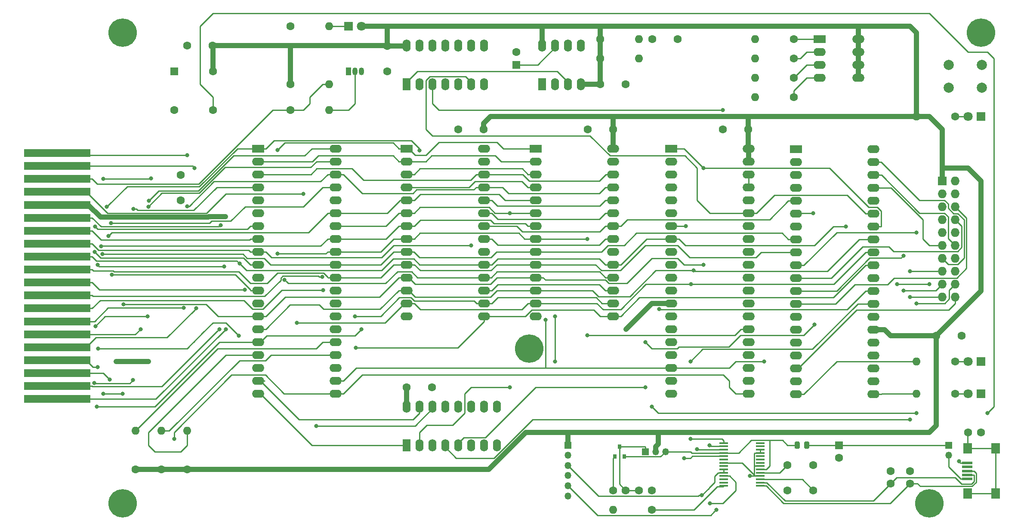
<source format=gbr>
G04 #@! TF.GenerationSoftware,KiCad,Pcbnew,(5.1.4)-1*
G04 #@! TF.CreationDate,2019-12-23T21:40:39+01:00*
G04 #@! TF.ProjectId,Z80Mini,5a38304d-696e-4692-9e6b-696361645f70,rev?*
G04 #@! TF.SameCoordinates,Original*
G04 #@! TF.FileFunction,Copper,L1,Top*
G04 #@! TF.FilePolarity,Positive*
%FSLAX46Y46*%
G04 Gerber Fmt 4.6, Leading zero omitted, Abs format (unit mm)*
G04 Created by KiCad (PCBNEW (5.1.4)-1) date 2019-12-23 21:40:39*
%MOMM*%
%LPD*%
G04 APERTURE LIST*
%ADD10O,1.727200X1.727200*%
%ADD11R,1.727200X1.727200*%
%ADD12C,1.600000*%
%ADD13R,1.600000X1.600000*%
%ADD14C,5.600000*%
%ADD15O,1.600000X2.400000*%
%ADD16R,1.600000X2.400000*%
%ADD17O,1.350000X1.350000*%
%ADD18R,1.350000X1.350000*%
%ADD19R,1.750000X0.450000*%
%ADD20R,0.800000X0.900000*%
%ADD21O,1.600000X1.600000*%
%ADD22R,1.050000X1.500000*%
%ADD23O,1.050000X1.500000*%
%ADD24C,1.800000*%
%ADD25R,1.800000X1.800000*%
%ADD26O,2.400000X1.600000*%
%ADD27R,2.400000X1.600000*%
%ADD28C,0.100000*%
%ADD29C,0.975000*%
%ADD30R,1.700000X2.000000*%
%ADD31R,2.000000X0.500000*%
%ADD32C,2.000000*%
%ADD33R,13.000000X1.650000*%
%ADD34C,0.800000*%
%ADD35C,0.250000*%
%ADD36C,1.000000*%
G04 APERTURE END LIST*
D10*
X247650000Y-102870000D03*
X245110000Y-102870000D03*
X247650000Y-100330000D03*
X245110000Y-100330000D03*
X247650000Y-97790000D03*
X245110000Y-97790000D03*
X247650000Y-95250000D03*
X245110000Y-95250000D03*
X247650000Y-92710000D03*
X245110000Y-92710000D03*
X247650000Y-90170000D03*
X245110000Y-90170000D03*
X247650000Y-87630000D03*
X245110000Y-87630000D03*
X247650000Y-85090000D03*
X245110000Y-85090000D03*
X247650000Y-82550000D03*
X245110000Y-82550000D03*
X247650000Y-80010000D03*
D11*
X245110000Y-80010000D03*
D12*
X224790000Y-134580000D03*
D13*
X224790000Y-132080000D03*
D14*
X163830000Y-113030000D03*
X242570000Y-143510000D03*
X83820000Y-143510000D03*
X83820000Y-50800000D03*
X252730000Y-50800000D03*
D15*
X139700000Y-124460000D03*
X157480000Y-132080000D03*
X142240000Y-124460000D03*
X154940000Y-132080000D03*
X144780000Y-124460000D03*
X152400000Y-132080000D03*
X147320000Y-124460000D03*
X149860000Y-132080000D03*
X149860000Y-124460000D03*
X147320000Y-132080000D03*
X152400000Y-124460000D03*
X144780000Y-132080000D03*
X154940000Y-124460000D03*
X142240000Y-132080000D03*
X157480000Y-124460000D03*
D16*
X139700000Y-132080000D03*
D17*
X190690000Y-133350000D03*
X188690000Y-133350000D03*
D18*
X186690000Y-133350000D03*
D19*
X209340000Y-131665000D03*
X209340000Y-132315000D03*
X209340000Y-132965000D03*
X209340000Y-133615000D03*
X209340000Y-134265000D03*
X209340000Y-134915000D03*
X209340000Y-135565000D03*
X209340000Y-136215000D03*
X209340000Y-136865000D03*
X209340000Y-137515000D03*
X209340000Y-138165000D03*
X209340000Y-138815000D03*
X209340000Y-139465000D03*
X209340000Y-140115000D03*
X202140000Y-140115000D03*
X202140000Y-139465000D03*
X202140000Y-138815000D03*
X202140000Y-138165000D03*
X202140000Y-137515000D03*
X202140000Y-136865000D03*
X202140000Y-136215000D03*
X202140000Y-135565000D03*
X202140000Y-134915000D03*
X202140000Y-134265000D03*
X202140000Y-133615000D03*
X202140000Y-132965000D03*
X202140000Y-132315000D03*
X202140000Y-131665000D03*
D17*
X171450000Y-142080000D03*
X171450000Y-140080000D03*
X171450000Y-138080000D03*
X171450000Y-136080000D03*
X171450000Y-134080000D03*
D18*
X171450000Y-132080000D03*
D20*
X181610000Y-132350000D03*
X182560000Y-134350000D03*
X180660000Y-134350000D03*
D12*
X161290000Y-54650000D03*
D13*
X161290000Y-57150000D03*
D12*
X214630000Y-135970000D03*
X214630000Y-140970000D03*
D17*
X246380000Y-134080000D03*
D18*
X246380000Y-132080000D03*
D21*
X180340000Y-144780000D03*
D12*
X187960000Y-144780000D03*
X185460000Y-140970000D03*
X187960000Y-140970000D03*
X182840000Y-140970000D03*
X180340000Y-140970000D03*
D15*
X166370000Y-53340000D03*
X173990000Y-60960000D03*
X168910000Y-53340000D03*
X171450000Y-60960000D03*
X171450000Y-53340000D03*
X168910000Y-60960000D03*
X173990000Y-53340000D03*
D16*
X166370000Y-60960000D03*
D21*
X124460000Y-60960000D03*
D12*
X116840000Y-60960000D03*
D21*
X124460000Y-49530000D03*
D12*
X116840000Y-49530000D03*
D21*
X124460000Y-66040000D03*
D12*
X116840000Y-66040000D03*
D22*
X128270000Y-58420000D03*
D23*
X130810000Y-58420000D03*
X129540000Y-58420000D03*
D24*
X130810000Y-49530000D03*
D25*
X128270000Y-49530000D03*
D12*
X193040000Y-52070000D03*
X188040000Y-52070000D03*
D26*
X125730000Y-73660000D03*
X110490000Y-121920000D03*
X125730000Y-76200000D03*
X110490000Y-119380000D03*
X125730000Y-78740000D03*
X110490000Y-116840000D03*
X125730000Y-81280000D03*
X110490000Y-114300000D03*
X125730000Y-83820000D03*
X110490000Y-111760000D03*
X125730000Y-86360000D03*
X110490000Y-109220000D03*
X125730000Y-88900000D03*
X110490000Y-106680000D03*
X125730000Y-91440000D03*
X110490000Y-104140000D03*
X125730000Y-93980000D03*
X110490000Y-101600000D03*
X125730000Y-96520000D03*
X110490000Y-99060000D03*
X125730000Y-99060000D03*
X110490000Y-96520000D03*
X125730000Y-101600000D03*
X110490000Y-93980000D03*
X125730000Y-104140000D03*
X110490000Y-91440000D03*
X125730000Y-106680000D03*
X110490000Y-88900000D03*
X125730000Y-109220000D03*
X110490000Y-86360000D03*
X125730000Y-111760000D03*
X110490000Y-83820000D03*
X125730000Y-114300000D03*
X110490000Y-81280000D03*
X125730000Y-116840000D03*
X110490000Y-78740000D03*
X125730000Y-119380000D03*
X110490000Y-76200000D03*
X125730000Y-121920000D03*
D27*
X110490000Y-73660000D03*
D21*
X185420000Y-55880000D03*
D12*
X177800000Y-55880000D03*
D26*
X154940000Y-73660000D03*
X139700000Y-106680000D03*
X154940000Y-76200000D03*
X139700000Y-104140000D03*
X154940000Y-78740000D03*
X139700000Y-101600000D03*
X154940000Y-81280000D03*
X139700000Y-99060000D03*
X154940000Y-83820000D03*
X139700000Y-96520000D03*
X154940000Y-86360000D03*
X139700000Y-93980000D03*
X154940000Y-88900000D03*
X139700000Y-91440000D03*
X154940000Y-91440000D03*
X139700000Y-88900000D03*
X154940000Y-93980000D03*
X139700000Y-86360000D03*
X154940000Y-96520000D03*
X139700000Y-83820000D03*
X154940000Y-99060000D03*
X139700000Y-81280000D03*
X154940000Y-101600000D03*
X139700000Y-78740000D03*
X154940000Y-104140000D03*
X139700000Y-76200000D03*
X154940000Y-106680000D03*
D27*
X139700000Y-73660000D03*
D15*
X139700000Y-53340000D03*
X154940000Y-60960000D03*
X142240000Y-53340000D03*
X152400000Y-60960000D03*
X144780000Y-53340000D03*
X149860000Y-60960000D03*
X147320000Y-53340000D03*
X147320000Y-60960000D03*
X149860000Y-53340000D03*
X144780000Y-60960000D03*
X152400000Y-53340000D03*
X142240000Y-60960000D03*
X154940000Y-53340000D03*
D16*
X139700000Y-60960000D03*
D12*
X180340000Y-69850000D03*
X175340000Y-69850000D03*
D26*
X180340000Y-73660000D03*
X165100000Y-106680000D03*
X180340000Y-76200000D03*
X165100000Y-104140000D03*
X180340000Y-78740000D03*
X165100000Y-101600000D03*
X180340000Y-81280000D03*
X165100000Y-99060000D03*
X180340000Y-83820000D03*
X165100000Y-96520000D03*
X180340000Y-86360000D03*
X165100000Y-93980000D03*
X180340000Y-88900000D03*
X165100000Y-91440000D03*
X180340000Y-91440000D03*
X165100000Y-88900000D03*
X180340000Y-93980000D03*
X165100000Y-86360000D03*
X180340000Y-96520000D03*
X165100000Y-83820000D03*
X180340000Y-99060000D03*
X165100000Y-81280000D03*
X180340000Y-101600000D03*
X165100000Y-78740000D03*
X180340000Y-104140000D03*
X165100000Y-76200000D03*
X180340000Y-106680000D03*
D27*
X165100000Y-73660000D03*
D12*
X144700000Y-120650000D03*
X139700000Y-120650000D03*
X219710000Y-135970000D03*
X219710000Y-140970000D03*
D26*
X207010000Y-73660000D03*
X191770000Y-121920000D03*
X207010000Y-76200000D03*
X191770000Y-119380000D03*
X207010000Y-78740000D03*
X191770000Y-116840000D03*
X207010000Y-81280000D03*
X191770000Y-114300000D03*
X207010000Y-83820000D03*
X191770000Y-111760000D03*
X207010000Y-86360000D03*
X191770000Y-109220000D03*
X207010000Y-88900000D03*
X191770000Y-106680000D03*
X207010000Y-91440000D03*
X191770000Y-104140000D03*
X207010000Y-93980000D03*
X191770000Y-101600000D03*
X207010000Y-96520000D03*
X191770000Y-99060000D03*
X207010000Y-99060000D03*
X191770000Y-96520000D03*
X207010000Y-101600000D03*
X191770000Y-93980000D03*
X207010000Y-104140000D03*
X191770000Y-91440000D03*
X207010000Y-106680000D03*
X191770000Y-88900000D03*
X207010000Y-109220000D03*
X191770000Y-86360000D03*
X207010000Y-111760000D03*
X191770000Y-83820000D03*
X207010000Y-114300000D03*
X191770000Y-81280000D03*
X207010000Y-116840000D03*
X191770000Y-78740000D03*
X207010000Y-119380000D03*
X191770000Y-76200000D03*
X207010000Y-121920000D03*
D27*
X191770000Y-73660000D03*
D26*
X231590000Y-73780000D03*
X216350000Y-122040000D03*
X231590000Y-76320000D03*
X216350000Y-119500000D03*
X231590000Y-78860000D03*
X216350000Y-116960000D03*
X231590000Y-81400000D03*
X216350000Y-114420000D03*
X231590000Y-83940000D03*
X216350000Y-111880000D03*
X231590000Y-86480000D03*
X216350000Y-109340000D03*
X231590000Y-89020000D03*
X216350000Y-106800000D03*
X231590000Y-91560000D03*
X216350000Y-104260000D03*
X231590000Y-94100000D03*
X216350000Y-101720000D03*
X231590000Y-96640000D03*
X216350000Y-99180000D03*
X231590000Y-99180000D03*
X216350000Y-96640000D03*
X231590000Y-101720000D03*
X216350000Y-94100000D03*
X231590000Y-104260000D03*
X216350000Y-91560000D03*
X231590000Y-106800000D03*
X216350000Y-89020000D03*
X231590000Y-109340000D03*
X216350000Y-86480000D03*
X231590000Y-111880000D03*
X216350000Y-83940000D03*
X231590000Y-114420000D03*
X216350000Y-81400000D03*
X231590000Y-116960000D03*
X216350000Y-78860000D03*
X231590000Y-119500000D03*
X216350000Y-76320000D03*
X231590000Y-122040000D03*
D27*
X216350000Y-73780000D03*
D26*
X228600000Y-52070000D03*
X220980000Y-59690000D03*
X228600000Y-54610000D03*
X220980000Y-57150000D03*
X228600000Y-57150000D03*
X220980000Y-54610000D03*
X228600000Y-59690000D03*
D27*
X220980000Y-52070000D03*
D21*
X208280000Y-63500000D03*
D12*
X215900000Y-63500000D03*
D21*
X208280000Y-59690000D03*
D12*
X215900000Y-59690000D03*
D21*
X208280000Y-55880000D03*
D12*
X215900000Y-55880000D03*
D21*
X208280000Y-52070000D03*
D12*
X215900000Y-52070000D03*
D21*
X240030000Y-67310000D03*
D12*
X247650000Y-67310000D03*
D24*
X250190000Y-67310000D03*
D25*
X252730000Y-67310000D03*
D21*
X240030000Y-121920000D03*
D12*
X247650000Y-121920000D03*
D21*
X240030000Y-115570000D03*
D12*
X247650000Y-115570000D03*
D24*
X250190000Y-121920000D03*
D25*
X252730000Y-121920000D03*
D24*
X250190000Y-115570000D03*
D25*
X252730000Y-115570000D03*
D28*
G36*
X218707642Y-131381174D02*
G01*
X218731303Y-131384684D01*
X218754507Y-131390496D01*
X218777029Y-131398554D01*
X218798653Y-131408782D01*
X218819170Y-131421079D01*
X218838383Y-131435329D01*
X218856107Y-131451393D01*
X218872171Y-131469117D01*
X218886421Y-131488330D01*
X218898718Y-131508847D01*
X218908946Y-131530471D01*
X218917004Y-131552993D01*
X218922816Y-131576197D01*
X218926326Y-131599858D01*
X218927500Y-131623750D01*
X218927500Y-132536250D01*
X218926326Y-132560142D01*
X218922816Y-132583803D01*
X218917004Y-132607007D01*
X218908946Y-132629529D01*
X218898718Y-132651153D01*
X218886421Y-132671670D01*
X218872171Y-132690883D01*
X218856107Y-132708607D01*
X218838383Y-132724671D01*
X218819170Y-132738921D01*
X218798653Y-132751218D01*
X218777029Y-132761446D01*
X218754507Y-132769504D01*
X218731303Y-132775316D01*
X218707642Y-132778826D01*
X218683750Y-132780000D01*
X218196250Y-132780000D01*
X218172358Y-132778826D01*
X218148697Y-132775316D01*
X218125493Y-132769504D01*
X218102971Y-132761446D01*
X218081347Y-132751218D01*
X218060830Y-132738921D01*
X218041617Y-132724671D01*
X218023893Y-132708607D01*
X218007829Y-132690883D01*
X217993579Y-132671670D01*
X217981282Y-132651153D01*
X217971054Y-132629529D01*
X217962996Y-132607007D01*
X217957184Y-132583803D01*
X217953674Y-132560142D01*
X217952500Y-132536250D01*
X217952500Y-131623750D01*
X217953674Y-131599858D01*
X217957184Y-131576197D01*
X217962996Y-131552993D01*
X217971054Y-131530471D01*
X217981282Y-131508847D01*
X217993579Y-131488330D01*
X218007829Y-131469117D01*
X218023893Y-131451393D01*
X218041617Y-131435329D01*
X218060830Y-131421079D01*
X218081347Y-131408782D01*
X218102971Y-131398554D01*
X218125493Y-131390496D01*
X218148697Y-131384684D01*
X218172358Y-131381174D01*
X218196250Y-131380000D01*
X218683750Y-131380000D01*
X218707642Y-131381174D01*
X218707642Y-131381174D01*
G37*
D29*
X218440000Y-132080000D03*
D28*
G36*
X216832642Y-131381174D02*
G01*
X216856303Y-131384684D01*
X216879507Y-131390496D01*
X216902029Y-131398554D01*
X216923653Y-131408782D01*
X216944170Y-131421079D01*
X216963383Y-131435329D01*
X216981107Y-131451393D01*
X216997171Y-131469117D01*
X217011421Y-131488330D01*
X217023718Y-131508847D01*
X217033946Y-131530471D01*
X217042004Y-131552993D01*
X217047816Y-131576197D01*
X217051326Y-131599858D01*
X217052500Y-131623750D01*
X217052500Y-132536250D01*
X217051326Y-132560142D01*
X217047816Y-132583803D01*
X217042004Y-132607007D01*
X217033946Y-132629529D01*
X217023718Y-132651153D01*
X217011421Y-132671670D01*
X216997171Y-132690883D01*
X216981107Y-132708607D01*
X216963383Y-132724671D01*
X216944170Y-132738921D01*
X216923653Y-132751218D01*
X216902029Y-132761446D01*
X216879507Y-132769504D01*
X216856303Y-132775316D01*
X216832642Y-132778826D01*
X216808750Y-132780000D01*
X216321250Y-132780000D01*
X216297358Y-132778826D01*
X216273697Y-132775316D01*
X216250493Y-132769504D01*
X216227971Y-132761446D01*
X216206347Y-132751218D01*
X216185830Y-132738921D01*
X216166617Y-132724671D01*
X216148893Y-132708607D01*
X216132829Y-132690883D01*
X216118579Y-132671670D01*
X216106282Y-132651153D01*
X216096054Y-132629529D01*
X216087996Y-132607007D01*
X216082184Y-132583803D01*
X216078674Y-132560142D01*
X216077500Y-132536250D01*
X216077500Y-131623750D01*
X216078674Y-131599858D01*
X216082184Y-131576197D01*
X216087996Y-131552993D01*
X216096054Y-131530471D01*
X216106282Y-131508847D01*
X216118579Y-131488330D01*
X216132829Y-131469117D01*
X216148893Y-131451393D01*
X216166617Y-131435329D01*
X216185830Y-131421079D01*
X216206347Y-131408782D01*
X216227971Y-131398554D01*
X216250493Y-131390496D01*
X216273697Y-131384684D01*
X216297358Y-131381174D01*
X216321250Y-131380000D01*
X216808750Y-131380000D01*
X216832642Y-131381174D01*
X216832642Y-131381174D01*
G37*
D29*
X216565000Y-132080000D03*
D30*
X255580000Y-132710000D03*
X250130000Y-132710000D03*
X255580000Y-141610000D03*
X250130000Y-141610000D03*
D31*
X250030000Y-135560000D03*
X250030000Y-136360000D03*
X250030000Y-137160000D03*
X250030000Y-137960000D03*
X250030000Y-138760000D03*
D12*
X252730000Y-129540000D03*
X250230000Y-129540000D03*
X238760000Y-139660000D03*
X238760000Y-137160000D03*
X234950000Y-137160000D03*
X234950000Y-139660000D03*
D32*
X252880000Y-57150000D03*
X252880000Y-61650000D03*
X246380000Y-57150000D03*
X246380000Y-61650000D03*
D12*
X93980000Y-66040000D03*
X101600000Y-66040000D03*
X101600000Y-58420000D03*
D13*
X93980000Y-58420000D03*
D21*
X86360000Y-129240000D03*
D12*
X86360000Y-136860000D03*
D21*
X91440000Y-129240000D03*
D12*
X91440000Y-136860000D03*
D21*
X96520000Y-129240000D03*
D12*
X96520000Y-136860000D03*
D21*
X185420000Y-52070000D03*
D12*
X177800000Y-52070000D03*
D33*
X70993000Y-122999000D03*
X70993000Y-120449000D03*
X70993000Y-117899000D03*
X70993000Y-115349000D03*
X70993000Y-112799000D03*
X70993000Y-110249000D03*
X70993000Y-107699000D03*
X70993000Y-105149000D03*
X70993000Y-102599000D03*
X70993000Y-100049000D03*
X70993000Y-97499000D03*
X70993000Y-94949000D03*
X70993000Y-92399000D03*
X70993000Y-89849000D03*
X70993000Y-87299000D03*
X70993000Y-84749000D03*
X70993000Y-82199000D03*
X70993000Y-79649000D03*
X70993000Y-77099000D03*
X70993000Y-74549000D03*
D12*
X206930000Y-69850000D03*
X201930000Y-69850000D03*
X243920000Y-110490000D03*
X248920000Y-110490000D03*
X101520000Y-53340000D03*
X96520000Y-53340000D03*
X182800000Y-60960000D03*
X177800000Y-60960000D03*
X135890000Y-53420000D03*
X135890000Y-58420000D03*
X154860000Y-69850000D03*
X149860000Y-69850000D03*
X95250000Y-78820000D03*
X95250000Y-83820000D03*
D34*
X248400200Y-135255500D03*
X88900000Y-115570000D03*
X82550000Y-115570000D03*
X207275000Y-138165000D03*
X182880000Y-109220000D03*
X104085400Y-87095400D03*
X95250000Y-87095400D03*
X214630000Y-129540000D03*
X182880000Y-129540000D03*
X133650000Y-136860000D03*
X93980000Y-130810000D03*
X84012600Y-104312700D03*
X198120000Y-96520000D03*
X198120000Y-77470000D03*
X195654500Y-100405000D03*
X81702200Y-98505900D03*
X118110000Y-107950000D03*
X219965000Y-108328000D03*
X186690000Y-111760000D03*
X78426300Y-89014200D03*
X129540000Y-106680000D03*
X194617200Y-88972300D03*
X78310100Y-93996400D03*
X115664979Y-99490085D03*
X195580000Y-115570000D03*
X167089800Y-107425600D03*
X103784700Y-96855100D03*
X78875200Y-96525100D03*
X210102800Y-115570000D03*
X79804400Y-94482200D03*
X79589900Y-92923200D03*
X81011000Y-90903500D03*
X168910000Y-115570000D03*
X168910000Y-106680000D03*
X81551700Y-88310200D03*
X80010000Y-79586000D03*
X89392175Y-79517825D03*
X88743100Y-106741700D03*
X78468600Y-108662900D03*
X88900000Y-85090000D03*
X142264600Y-74010300D03*
X80733358Y-85138930D03*
X78964200Y-113030000D03*
X106680000Y-110490000D03*
X85898000Y-119222700D03*
X78210700Y-119799900D03*
X85927510Y-85545379D03*
X114300000Y-73951800D03*
X104140000Y-109220000D03*
X121920000Y-128270000D03*
X102870000Y-109220000D03*
X81280000Y-119150900D03*
X98334990Y-105119500D03*
X88950400Y-83964700D03*
X87344600Y-109220000D03*
X96513400Y-85026100D03*
X95852100Y-105039200D03*
X123316500Y-101512100D03*
X123069300Y-98924300D03*
X160020000Y-86360000D03*
X160020000Y-120650000D03*
X114269900Y-94375300D03*
X107907700Y-101486800D03*
X175260000Y-91440000D03*
X175260000Y-110410600D03*
X226113700Y-89044100D03*
X106859500Y-96340500D03*
X189383500Y-105265900D03*
X152400000Y-92710000D03*
X129674000Y-112896000D03*
X196212100Y-97654300D03*
X103087800Y-88770600D03*
X119380000Y-82550000D03*
X97963710Y-77470000D03*
X96520000Y-74930000D03*
X78706600Y-124493400D03*
X130810000Y-109220000D03*
X196850000Y-132889990D03*
X199390000Y-143510000D03*
X238760000Y-102870000D03*
X237490000Y-94745900D03*
X240030000Y-90170000D03*
X238760000Y-97790000D03*
X236220000Y-100330000D03*
X242570000Y-100330000D03*
X237490000Y-101600000D03*
X240030000Y-104140000D03*
X219710000Y-86360000D03*
X238760000Y-127000000D03*
X186690000Y-120650000D03*
X201930000Y-66040000D03*
X187960000Y-124460000D03*
X240030000Y-125730000D03*
X254000000Y-125730000D03*
X80010000Y-121920000D03*
X83820000Y-121920000D03*
X78908113Y-116670010D03*
X200660000Y-144780000D03*
X199339555Y-132080000D03*
X197825000Y-141945000D03*
X194310000Y-134620000D03*
X195580000Y-130810000D03*
D35*
X248400200Y-135255500D02*
X248704700Y-135560000D01*
X250030000Y-135560000D02*
X248704700Y-135560000D01*
D36*
X216750000Y-89020000D02*
X216870000Y-88900000D01*
X216350000Y-89020000D02*
X216750000Y-89020000D01*
X82550000Y-115570000D02*
X88900000Y-115570000D01*
D35*
X214365000Y-140705000D02*
X214630000Y-140970000D01*
X209340000Y-132965000D02*
X209340000Y-133615000D01*
X208304998Y-138165000D02*
X209340000Y-138165000D01*
X205704998Y-135565000D02*
X208304998Y-138165000D01*
X202140000Y-135565000D02*
X205704998Y-135565000D01*
X209340000Y-138165000D02*
X207275000Y-138165000D01*
X207275000Y-138165000D02*
X207275000Y-138165000D01*
X208304998Y-136215000D02*
X209340000Y-136215000D01*
X208139999Y-136050001D02*
X208304998Y-136215000D01*
X208215000Y-133615000D02*
X208139999Y-133690001D01*
X209340000Y-133615000D02*
X208215000Y-133615000D01*
X208139999Y-138000001D02*
X208304998Y-138165000D01*
X208139999Y-135749999D02*
X208139999Y-138000001D01*
X208139999Y-133690001D02*
X208139999Y-135749999D01*
X208139999Y-135749999D02*
X208139999Y-136050001D01*
D36*
X242570000Y-67310000D02*
X240030000Y-67310000D01*
X245110000Y-69850000D02*
X242570000Y-67310000D01*
X206930000Y-73580000D02*
X207010000Y-73660000D01*
X206930000Y-69850000D02*
X206930000Y-73580000D01*
X187960000Y-104140000D02*
X191770000Y-104140000D01*
D35*
X191770000Y-104140000D02*
X190244700Y-104140000D01*
D36*
X182880000Y-109220000D02*
X184150000Y-107950000D01*
X184150000Y-107950000D02*
X187960000Y-104140000D01*
X228600000Y-59690000D02*
X228600000Y-52070000D01*
X139620000Y-53420000D02*
X139700000Y-53340000D01*
X228200000Y-52070000D02*
X228600000Y-52070000D01*
X135890000Y-53420000D02*
X139620000Y-53420000D01*
X180340000Y-69850000D02*
X180340000Y-73660000D01*
X206930000Y-67390000D02*
X207010000Y-67310000D01*
X206930000Y-69850000D02*
X206930000Y-67390000D01*
X240030000Y-67310000D02*
X222250000Y-67310000D01*
X222250000Y-67310000D02*
X207010000Y-67310000D01*
X240030000Y-67310000D02*
X240030000Y-50800000D01*
X240030000Y-50800000D02*
X238760000Y-49530000D01*
X228600000Y-52070000D02*
X228600000Y-49530000D01*
X238760000Y-49530000D02*
X232410000Y-49530000D01*
X232410000Y-49530000D02*
X229470000Y-49530000D01*
X182880000Y-129540000D02*
X182880000Y-129540000D01*
X172720000Y-49530000D02*
X173990000Y-49530000D01*
X177800000Y-52070000D02*
X177800000Y-57150000D01*
X130810000Y-49530000D02*
X138430000Y-49530000D01*
X138430000Y-49530000D02*
X137160000Y-49530000D01*
X135890000Y-53420000D02*
X135890000Y-49530000D01*
X166370000Y-53340000D02*
X166370000Y-49530000D01*
X172720000Y-49530000D02*
X166370000Y-49530000D01*
X166370000Y-49530000D02*
X138430000Y-49530000D01*
X177800000Y-52070000D02*
X177800000Y-49530000D01*
X173990000Y-49530000D02*
X177800000Y-49530000D01*
X177800000Y-49530000D02*
X229470000Y-49530000D01*
X173990000Y-60960000D02*
X177800000Y-60960000D01*
X177800000Y-57150000D02*
X177800000Y-60960000D01*
X154860000Y-68660000D02*
X154860000Y-69850000D01*
X156210000Y-67310000D02*
X154860000Y-68660000D01*
X180340000Y-67310000D02*
X180340000Y-69850000D01*
X207010000Y-67310000D02*
X180340000Y-67310000D01*
X180340000Y-67310000D02*
X156210000Y-67310000D01*
X135810000Y-53340000D02*
X135890000Y-53420000D01*
X116840000Y-60960000D02*
X116840000Y-53340000D01*
X101520000Y-53340000D02*
X116840000Y-53340000D01*
X116840000Y-53340000D02*
X135810000Y-53340000D01*
X101600000Y-53420000D02*
X101520000Y-53340000D01*
X101600000Y-58420000D02*
X101600000Y-53420000D01*
X100671730Y-87185011D02*
X79464013Y-87185011D01*
X100761341Y-87095400D02*
X100671730Y-87185011D01*
X104085400Y-87095400D02*
X100761341Y-87095400D01*
D35*
X103519715Y-87095400D02*
X104085400Y-87095400D01*
X80108989Y-87095400D02*
X103519715Y-87095400D01*
D36*
X77028002Y-84749000D02*
X70993000Y-84749000D01*
X79464013Y-87185011D02*
X77028002Y-84749000D01*
X182880000Y-129540000D02*
X189230000Y-129540000D01*
X189230000Y-131855406D02*
X189230000Y-129540000D01*
X188690000Y-132395406D02*
X189230000Y-131855406D01*
X188690000Y-133350000D02*
X188690000Y-132395406D01*
X182880000Y-129540000D02*
X171450000Y-129540000D01*
X171450000Y-129540000D02*
X163177745Y-129540000D01*
X171450000Y-132080000D02*
X171450000Y-129540000D01*
X207010000Y-73660000D02*
X207010000Y-76200000D01*
X208280000Y-129540000D02*
X242570000Y-129540000D01*
X243920000Y-128190000D02*
X243920000Y-126840000D01*
X242570000Y-129540000D02*
X243920000Y-128190000D01*
X189230000Y-129540000D02*
X208280000Y-129540000D01*
D35*
X213085000Y-137515000D02*
X209340000Y-137515000D01*
X214630000Y-135970000D02*
X213085000Y-137515000D01*
D36*
X155857745Y-136860000D02*
X155240000Y-136860000D01*
X163177745Y-129540000D02*
X155857745Y-136860000D01*
X134920000Y-136860000D02*
X139400000Y-136860000D01*
X155240000Y-136860000D02*
X134920000Y-136860000D01*
X86360000Y-136860000D02*
X133650000Y-136860000D01*
X133650000Y-136860000D02*
X134920000Y-136860000D01*
X139700000Y-120650000D02*
X139700000Y-124460000D01*
X245110000Y-80010000D02*
X245110000Y-77470000D01*
X245110000Y-78146400D02*
X245110000Y-80010000D01*
X231590000Y-109340000D02*
X233800000Y-109340000D01*
X233800000Y-109340000D02*
X234950000Y-110490000D01*
X243920000Y-126840000D02*
X243920000Y-110490000D01*
X234950000Y-110490000D02*
X243920000Y-110490000D01*
X243920000Y-110490000D02*
X246460000Y-107950000D01*
X245110000Y-77470000D02*
X245110000Y-69850000D01*
X252730000Y-101680000D02*
X246460000Y-107950000D01*
X252730000Y-80010000D02*
X252730000Y-101680000D01*
X250190000Y-77470000D02*
X252730000Y-80010000D01*
X245110000Y-77470000D02*
X250190000Y-77470000D01*
D35*
X250130000Y-141610000D02*
X255580000Y-141610000D01*
X250717700Y-132710000D02*
X250230000Y-132222300D01*
X250717700Y-132710000D02*
X251305300Y-132710000D01*
X250130000Y-132710000D02*
X250717700Y-132710000D01*
X255580000Y-132710000D02*
X251305300Y-132710000D01*
X255580000Y-141610000D02*
X255580000Y-132710000D01*
X250130000Y-129640000D02*
X250230000Y-129540000D01*
X250130000Y-132710000D02*
X250130000Y-129640000D01*
X251355300Y-137960000D02*
X251355300Y-139197800D01*
X251355300Y-139197800D02*
X251217700Y-139335400D01*
X250030000Y-137960000D02*
X251355300Y-137960000D01*
X251355300Y-139197800D02*
X250853100Y-139700000D01*
X231550011Y-143059989D02*
X234950000Y-139660000D01*
X214179989Y-143059989D02*
X231550011Y-143059989D01*
X209340000Y-139465000D02*
X210585000Y-139465000D01*
X210585000Y-139465000D02*
X214179989Y-143059989D01*
X236180000Y-138430000D02*
X239195002Y-138430000D01*
X234950000Y-139660000D02*
X236180000Y-138430000D01*
X250853100Y-139700000D02*
X248920000Y-139700000D01*
X248920000Y-139700000D02*
X247650000Y-138430000D01*
X247650000Y-138430000D02*
X238760000Y-138430000D01*
X251805700Y-139384300D02*
X250995500Y-140194500D01*
X251805700Y-137610400D02*
X251805700Y-139384300D01*
X250030000Y-137160000D02*
X251355300Y-137160000D01*
X251355300Y-137160000D02*
X251805700Y-137610400D01*
X240765500Y-140194500D02*
X250995500Y-140194500D01*
X234910000Y-143510000D02*
X238760000Y-139660000D01*
X210465000Y-140115000D02*
X209340000Y-140115000D01*
X213860000Y-143510000D02*
X210465000Y-140115000D01*
X234910000Y-143510000D02*
X213860000Y-143510000D01*
X240231000Y-139660000D02*
X238760000Y-139660000D01*
X240765500Y-140194500D02*
X240231000Y-139660000D01*
X218440000Y-132080000D02*
X242570000Y-132080000D01*
X242570000Y-132080000D02*
X246380000Y-132080000D01*
X110490000Y-114300000D02*
X104140000Y-114300000D01*
X104140000Y-114300000D02*
X88900000Y-129540000D01*
X88900000Y-129540000D02*
X88900000Y-132080000D01*
X88900000Y-132080000D02*
X90170000Y-133350000D01*
X90170000Y-133350000D02*
X95250000Y-133350000D01*
X95250000Y-133350000D02*
X96520000Y-132080000D01*
X96520000Y-132080000D02*
X96520000Y-129240000D01*
X91440000Y-129240000D02*
X93010000Y-129240000D01*
X106824990Y-115425010D02*
X111904990Y-115425010D01*
X93010000Y-129240000D02*
X106824990Y-115425010D01*
X113030000Y-114300000D02*
X125730000Y-114300000D01*
X111904990Y-115425010D02*
X113030000Y-114300000D01*
X197685300Y-118217500D02*
X197685300Y-118217600D01*
X197685300Y-118217600D02*
X130957700Y-118217600D01*
X130957700Y-118217600D02*
X127255300Y-121920000D01*
X207010000Y-121920000D02*
X205484700Y-121920000D01*
X125730000Y-121920000D02*
X127255300Y-121920000D01*
X178814700Y-88900000D02*
X177680400Y-90034300D01*
X177680400Y-90034300D02*
X162487300Y-90034300D01*
X162487300Y-90034300D02*
X161353000Y-88900000D01*
X161353000Y-88900000D02*
X154940000Y-88900000D01*
X180340000Y-88900000D02*
X181865300Y-88900000D01*
X216350000Y-83940000D02*
X214824700Y-83940000D01*
X214824700Y-83940000D02*
X211134700Y-87630000D01*
X211134700Y-87630000D02*
X183135300Y-87630000D01*
X183135300Y-87630000D02*
X181865300Y-88900000D01*
X180340000Y-88900000D02*
X178814700Y-88900000D01*
X197685300Y-118217500D02*
X202037500Y-118217500D01*
X202037500Y-118217500D02*
X203200000Y-119380000D01*
X203200000Y-119380000D02*
X203200000Y-120650000D01*
X204470000Y-121920000D02*
X205484700Y-121920000D01*
X203200000Y-120650000D02*
X204470000Y-121920000D01*
X125730000Y-121920000D02*
X115570000Y-121920000D01*
X111904990Y-118254990D02*
X105265010Y-118254990D01*
X115570000Y-121920000D02*
X111904990Y-118254990D01*
X105265010Y-118254990D02*
X93980000Y-129540000D01*
X93980000Y-129540000D02*
X93980000Y-130810000D01*
X93980000Y-130810000D02*
X93980000Y-130810000D01*
X110490000Y-106680000D02*
X102613000Y-106680000D01*
X102613000Y-106680000D02*
X100245800Y-104312800D01*
X100245800Y-104312800D02*
X84012600Y-104312800D01*
X84012600Y-104312800D02*
X84012600Y-104312700D01*
X231590000Y-89020000D02*
X233115300Y-89020000D01*
X222919800Y-77470000D02*
X230659800Y-85210000D01*
X230659800Y-85210000D02*
X232311700Y-85210000D01*
X232311700Y-85210000D02*
X233115300Y-86013600D01*
X233115300Y-86013600D02*
X233115300Y-89020000D01*
X139700000Y-99060000D02*
X138174700Y-99060000D01*
X110490000Y-106680000D02*
X112015300Y-106680000D01*
X112015300Y-106680000D02*
X115825300Y-102870000D01*
X115825300Y-102870000D02*
X134364700Y-102870000D01*
X134364700Y-102870000D02*
X138174700Y-99060000D01*
X179474006Y-100185010D02*
X183024990Y-100185010D01*
X178814990Y-99525994D02*
X179474006Y-100185010D01*
X167015994Y-99525994D02*
X178814990Y-99525994D01*
X165100000Y-99060000D02*
X166550000Y-99060000D01*
X166550000Y-99060000D02*
X167015994Y-99525994D01*
X183024990Y-100185010D02*
X184150000Y-99060000D01*
X140100000Y-99060000D02*
X141370000Y-100330000D01*
X139700000Y-99060000D02*
X140100000Y-99060000D01*
X141370000Y-100330000D02*
X156210000Y-100330000D01*
X156210000Y-100330000D02*
X157480000Y-99060000D01*
X157480000Y-99060000D02*
X165100000Y-99060000D01*
X184150000Y-99060000D02*
X187960000Y-95250000D01*
X187960000Y-95250000D02*
X193040000Y-95250000D01*
X193040000Y-95250000D02*
X194310000Y-96520000D01*
X194310000Y-96520000D02*
X196850000Y-96520000D01*
X196850000Y-96520000D02*
X198120000Y-96520000D01*
X198120000Y-96520000D02*
X198120000Y-96520000D01*
X222919800Y-77470000D02*
X198120000Y-77470000D01*
X198120000Y-77470000D02*
X198120000Y-77470000D01*
X194310000Y-73660000D02*
X198120000Y-77470000D01*
X191770000Y-73660000D02*
X194310000Y-73660000D01*
X165100000Y-104140000D02*
X163574700Y-104140000D01*
X139700000Y-104140000D02*
X141225300Y-104140000D01*
X141225300Y-104140000D02*
X142413900Y-105328600D01*
X142413900Y-105328600D02*
X162386100Y-105328600D01*
X162386100Y-105328600D02*
X163574700Y-104140000D01*
X195654500Y-100405000D02*
X223759700Y-100405000D01*
X223759700Y-100405000D02*
X230064700Y-94100000D01*
X108964700Y-101483400D02*
X105987200Y-98505900D01*
X105987200Y-98505900D02*
X81702200Y-98505900D01*
X231590000Y-94100000D02*
X230064700Y-94100000D01*
X109040000Y-101600000D02*
X110490000Y-101600000D01*
X108964700Y-101524700D02*
X109040000Y-101600000D01*
X108964700Y-101483400D02*
X108964700Y-101524700D01*
X177166411Y-104140000D02*
X178357011Y-105330600D01*
X186806200Y-100405000D02*
X195088815Y-100405000D01*
X195088815Y-100405000D02*
X195654500Y-100405000D01*
X181880600Y-105330600D02*
X186806200Y-100405000D01*
X178357011Y-105330600D02*
X181880600Y-105330600D01*
X165100000Y-104140000D02*
X177166411Y-104140000D01*
X139300000Y-104140000D02*
X135490000Y-107950000D01*
X139700000Y-104140000D02*
X139300000Y-104140000D01*
X135490000Y-107950000D02*
X118110000Y-107950000D01*
X118110000Y-107950000D02*
X118110000Y-107950000D01*
X193295400Y-112724200D02*
X203110500Y-112724200D01*
X203110500Y-112724200D02*
X205369300Y-110465400D01*
X205369300Y-110465400D02*
X217827600Y-110465400D01*
X217827600Y-110465400D02*
X219965000Y-108328000D01*
X156465300Y-104140000D02*
X157614600Y-102990700D01*
X157614600Y-102990700D02*
X177028500Y-102990700D01*
X177028500Y-102990700D02*
X178177800Y-104140000D01*
X178177800Y-104140000D02*
X178814700Y-104140000D01*
X179577400Y-104140000D02*
X180340000Y-104140000D01*
X179577400Y-104140000D02*
X178814700Y-104140000D01*
X78426300Y-89014200D02*
X78911900Y-89499800D01*
X78911900Y-89499800D02*
X108364900Y-89499800D01*
X108364900Y-89499800D02*
X108964700Y-88900000D01*
X154940000Y-104140000D02*
X156465300Y-104140000D01*
X110490000Y-88900000D02*
X108964700Y-88900000D01*
X140565994Y-103014990D02*
X138285010Y-103014990D01*
X141225010Y-103674006D02*
X140565994Y-103014990D01*
X153024006Y-103674006D02*
X141225010Y-103674006D01*
X154940000Y-104140000D02*
X153490000Y-104140000D01*
X153490000Y-104140000D02*
X153024006Y-103674006D01*
X138285010Y-103014990D02*
X134620000Y-106680000D01*
X134620000Y-106680000D02*
X129540000Y-106680000D01*
X193295400Y-112724200D02*
X192989600Y-113030000D01*
X192989600Y-113030000D02*
X187960000Y-113030000D01*
X187960000Y-113030000D02*
X186690000Y-111760000D01*
X191770000Y-88900000D02*
X194544900Y-88900000D01*
X194544900Y-88900000D02*
X194617200Y-88972300D01*
X78310100Y-93996400D02*
X78310100Y-94013600D01*
X78310100Y-94013600D02*
X79504000Y-95207500D01*
X79504000Y-95207500D02*
X107652200Y-95207500D01*
X107652200Y-95207500D02*
X108964700Y-96520000D01*
X110490000Y-96520000D02*
X108964700Y-96520000D01*
X141862200Y-99060000D02*
X140725000Y-97922800D01*
X137901900Y-97922800D02*
X135597600Y-100227100D01*
X116064978Y-99890084D02*
X115664979Y-99490085D01*
X154940000Y-99060000D02*
X141862200Y-99060000D01*
X116401994Y-100227100D02*
X116064978Y-99890084D01*
X135597600Y-100227100D02*
X116401994Y-100227100D01*
X140725000Y-97922800D02*
X137901900Y-97922800D01*
X178814700Y-99060000D02*
X177688500Y-97933800D01*
X180340000Y-99060000D02*
X178814700Y-99060000D01*
X157516200Y-97933800D02*
X158893800Y-97933800D01*
X156390000Y-99060000D02*
X157516200Y-97933800D01*
X154940000Y-99060000D02*
X156390000Y-99060000D01*
X177688500Y-97933800D02*
X158893800Y-97933800D01*
X158893800Y-97933800D02*
X157969790Y-97933800D01*
X219586014Y-113174990D02*
X197975010Y-113174990D01*
X231590000Y-104260000D02*
X228501004Y-104260000D01*
X228501004Y-104260000D02*
X219586014Y-113174990D01*
X197975010Y-113174990D02*
X195580000Y-115570000D01*
X195580000Y-115570000D02*
X195580000Y-115570000D01*
X167089800Y-116840000D02*
X191770000Y-116840000D01*
X127255300Y-119380000D02*
X129795300Y-116840000D01*
X129795300Y-116840000D02*
X167089800Y-116840000D01*
X167089800Y-107425600D02*
X167089800Y-116840000D01*
X125730000Y-119380000D02*
X127255300Y-119380000D01*
X78875200Y-96525100D02*
X79205200Y-96855100D01*
X79205200Y-96855100D02*
X103784700Y-96855100D01*
X191770000Y-116840000D02*
X193295300Y-116840000D01*
X191770000Y-116840000D02*
X203200000Y-116840000D01*
X203200000Y-116840000D02*
X204470000Y-115570000D01*
X204470000Y-115570000D02*
X210102800Y-115570000D01*
X125730000Y-96520000D02*
X112979600Y-96520000D01*
X112979600Y-96520000D02*
X111709600Y-95250000D01*
X111709600Y-95250000D02*
X108331600Y-95250000D01*
X108331600Y-95250000D02*
X107563800Y-94482200D01*
X107563800Y-94482200D02*
X79804400Y-94482200D01*
X216350000Y-91560000D02*
X214824700Y-91560000D01*
X165100000Y-93980000D02*
X178074900Y-93980000D01*
X178074900Y-93980000D02*
X179344900Y-92710000D01*
X179344900Y-92710000D02*
X182525700Y-92710000D01*
X182525700Y-92710000D02*
X184921000Y-90314700D01*
X184921000Y-90314700D02*
X213579400Y-90314700D01*
X213579400Y-90314700D02*
X214824700Y-91560000D01*
X139351800Y-93980000D02*
X139700000Y-93980000D01*
X134078400Y-96520000D02*
X125730000Y-96520000D01*
X134620000Y-96520000D02*
X134078400Y-96520000D01*
X139700000Y-93980000D02*
X137160000Y-93980000D01*
X137160000Y-93980000D02*
X134620000Y-96520000D01*
X157405700Y-93980000D02*
X165100000Y-93980000D01*
X156279900Y-95105800D02*
X157405700Y-93980000D01*
X156279110Y-95105010D02*
X156279900Y-95105800D01*
X142275010Y-95105010D02*
X156279110Y-95105010D01*
X141150000Y-93980000D02*
X142275010Y-95105010D01*
X139700000Y-93980000D02*
X141150000Y-93980000D01*
X125730000Y-91440000D02*
X124204700Y-91440000D01*
X79589900Y-92923200D02*
X79658500Y-92854600D01*
X79658500Y-92854600D02*
X122790100Y-92854600D01*
X122790100Y-92854600D02*
X124204700Y-91440000D01*
X141225300Y-88900000D02*
X142402600Y-87722700D01*
X142402600Y-87722700D02*
X156187200Y-87722700D01*
X156187200Y-87722700D02*
X156898200Y-88433700D01*
X156898200Y-88433700D02*
X163108400Y-88433700D01*
X163108400Y-88433700D02*
X163574700Y-88900000D01*
X139700000Y-88900000D02*
X138174700Y-88900000D01*
X125730000Y-91440000D02*
X135634700Y-91440000D01*
X135634700Y-91440000D02*
X138174700Y-88900000D01*
X165100000Y-88900000D02*
X163574700Y-88900000D01*
X139700000Y-88900000D02*
X141225300Y-88900000D01*
X125730000Y-86360000D02*
X124204700Y-86360000D01*
X81011000Y-90903500D02*
X81744500Y-90170000D01*
X81744500Y-90170000D02*
X120394700Y-90170000D01*
X120394700Y-90170000D02*
X124204700Y-86360000D01*
X141225300Y-83820000D02*
X142402600Y-82642700D01*
X142402600Y-82642700D02*
X157880000Y-82642700D01*
X157880000Y-82642700D02*
X159057300Y-83820000D01*
X159057300Y-83820000D02*
X163574700Y-83820000D01*
X165100000Y-83820000D02*
X163574700Y-83820000D01*
X139700000Y-83820000D02*
X141225300Y-83820000D01*
X168910000Y-106680000D02*
X168910000Y-115570000D01*
X135890000Y-86360000D02*
X125730000Y-86360000D01*
X139700000Y-83820000D02*
X138430000Y-83820000D01*
X138430000Y-83820000D02*
X135890000Y-86360000D01*
X141225300Y-78740000D02*
X142351400Y-77613900D01*
X142351400Y-77613900D02*
X162448600Y-77613900D01*
X162448600Y-77613900D02*
X163574700Y-78740000D01*
X139700000Y-78740000D02*
X141225300Y-78740000D01*
X165100000Y-78740000D02*
X163574700Y-78740000D01*
X119380000Y-85090000D02*
X123190000Y-81280000D01*
X107950000Y-85090000D02*
X119380000Y-85090000D01*
X105115291Y-87924709D02*
X107950000Y-85090000D01*
X101308591Y-87924709D02*
X105115291Y-87924709D01*
X81551700Y-88310200D02*
X100923100Y-88310200D01*
X100923100Y-88310200D02*
X101308591Y-87924709D01*
X123190000Y-81280000D02*
X125730000Y-81280000D01*
X110490000Y-121920000D02*
X110890000Y-121920000D01*
X89324000Y-79586000D02*
X89392175Y-79517825D01*
X80010000Y-79586000D02*
X89324000Y-79586000D01*
X110890000Y-121920000D02*
X121050000Y-132080000D01*
X121050000Y-132080000D02*
X138650000Y-132080000D01*
X138650000Y-132080000D02*
X139700000Y-132080000D01*
X78468600Y-108662900D02*
X80389800Y-106741700D01*
X80389800Y-106741700D02*
X88743100Y-106741700D01*
X154940000Y-83820000D02*
X156465300Y-83820000D01*
X156465300Y-83820000D02*
X157599600Y-84954300D01*
X157599600Y-84954300D02*
X177680400Y-84954300D01*
X177680400Y-84954300D02*
X178814700Y-83820000D01*
X180340000Y-83820000D02*
X178814700Y-83820000D01*
X98890500Y-82436400D02*
X92774868Y-82436400D01*
X122015600Y-76200000D02*
X120864000Y-77351600D01*
X103975300Y-77351600D02*
X98890500Y-82436400D01*
X125730000Y-76200000D02*
X122015600Y-76200000D01*
X120864000Y-77351600D02*
X103975300Y-77351600D01*
X92774868Y-82436400D02*
X91553600Y-82436400D01*
X91553600Y-82436400D02*
X88900000Y-85090000D01*
X88900000Y-85090000D02*
X88900000Y-85090000D01*
X154940000Y-86360000D02*
X156465300Y-86360000D01*
X180340000Y-86360000D02*
X178814700Y-86360000D01*
X156465300Y-86360000D02*
X157655800Y-87550500D01*
X157655800Y-87550500D02*
X177624200Y-87550500D01*
X177624200Y-87550500D02*
X178814700Y-86360000D01*
X110490000Y-73660000D02*
X112015300Y-73660000D01*
X142264600Y-73732600D02*
X142264600Y-74010300D01*
X140614200Y-72082200D02*
X142264600Y-73732600D01*
X113593100Y-72082200D02*
X140614200Y-72082200D01*
X112015300Y-73660000D02*
X113593100Y-72082200D01*
X106393100Y-73660000D02*
X98911300Y-81141800D01*
X98911300Y-81141800D02*
X84730488Y-81141800D01*
X81133357Y-84738931D02*
X80733358Y-85138930D01*
X110490000Y-73660000D02*
X106393100Y-73660000D01*
X84730488Y-81141800D02*
X81133357Y-84738931D01*
X104140000Y-107950000D02*
X106680000Y-110490000D01*
X101600000Y-107950000D02*
X104140000Y-107950000D01*
X96520000Y-113030000D02*
X99695000Y-109855000D01*
X78964200Y-113030000D02*
X96520000Y-113030000D01*
X97790500Y-111759500D02*
X99695000Y-109855000D01*
X99695000Y-109855000D02*
X101600000Y-107950000D01*
X78210700Y-119799900D02*
X78310000Y-119899200D01*
X78310000Y-119899200D02*
X85221500Y-119899200D01*
X85221500Y-119899200D02*
X85898000Y-119222700D01*
X97796470Y-85820378D02*
X86768194Y-85820378D01*
X86493195Y-85545379D02*
X85927510Y-85545379D01*
X86768194Y-85820378D02*
X86493195Y-85545379D01*
X102336848Y-81280000D02*
X97796470Y-85820378D01*
X110490000Y-81280000D02*
X102336848Y-81280000D01*
X164700000Y-73660000D02*
X165100000Y-73660000D01*
X115717100Y-72534700D02*
X114300000Y-73951800D01*
X137049400Y-72534700D02*
X115717100Y-72534700D01*
X139700000Y-73660000D02*
X138174700Y-73660000D01*
X138174700Y-73660000D02*
X137049400Y-72534700D01*
X158750000Y-73660000D02*
X165100000Y-73660000D01*
X140100000Y-73660000D02*
X141370000Y-74930000D01*
X139700000Y-73660000D02*
X140100000Y-73660000D01*
X141370000Y-74930000D02*
X143510000Y-74930000D01*
X143510000Y-74930000D02*
X146050000Y-72390000D01*
X146050000Y-72390000D02*
X157480000Y-72390000D01*
X157480000Y-72390000D02*
X158750000Y-73660000D01*
X104140000Y-109220000D02*
X90361000Y-122999000D01*
X77743000Y-122999000D02*
X70993000Y-122999000D01*
X90361000Y-122999000D02*
X77743000Y-122999000D01*
X141370000Y-128270000D02*
X121920000Y-128270000D01*
X144780000Y-124460000D02*
X144780000Y-124860000D01*
D36*
X144700000Y-124380000D02*
X144780000Y-124460000D01*
D35*
X144780000Y-124860000D02*
X141370000Y-128270000D01*
X112015300Y-78740000D02*
X120871000Y-78740000D01*
X120871000Y-78740000D02*
X122034300Y-77576700D01*
X122034300Y-77576700D02*
X128949500Y-77576700D01*
X128949500Y-77576700D02*
X131248900Y-79876100D01*
X131248900Y-79876100D02*
X152278600Y-79876100D01*
X152278600Y-79876100D02*
X153414700Y-78740000D01*
X110923500Y-78740000D02*
X110490000Y-78740000D01*
X110923500Y-78740000D02*
X112015300Y-78740000D01*
X154940000Y-78740000D02*
X153414700Y-78740000D01*
X77899700Y-120530400D02*
X91559600Y-120530400D01*
X91559600Y-120530400D02*
X102470001Y-109619999D01*
X77818300Y-120449000D02*
X77899700Y-120530400D01*
X70993000Y-120449000D02*
X77818300Y-120449000D01*
X102470001Y-109619999D02*
X102870000Y-109220000D01*
X178890000Y-78740000D02*
X180340000Y-78740000D01*
X177620000Y-80010000D02*
X178890000Y-78740000D01*
X163830000Y-80010000D02*
X177620000Y-80010000D01*
X162560000Y-78740000D02*
X163830000Y-80010000D01*
X154940000Y-78740000D02*
X162560000Y-78740000D01*
X78091600Y-117899000D02*
X77818300Y-117899000D01*
X70993000Y-117899000D02*
X77818300Y-117899000D01*
X80028100Y-117899000D02*
X81280000Y-119150900D01*
X77818300Y-117899000D02*
X80028100Y-117899000D01*
X123190000Y-111760000D02*
X124280000Y-111760000D01*
X124280000Y-111760000D02*
X125730000Y-111760000D01*
X86360000Y-129240000D02*
X102570000Y-113030000D01*
X121920000Y-113030000D02*
X123190000Y-111760000D01*
X102570000Y-113030000D02*
X121920000Y-113030000D01*
X138937400Y-76200000D02*
X139700000Y-76200000D01*
X138937400Y-76200000D02*
X138174700Y-76200000D01*
X110490000Y-76200000D02*
X112015300Y-76200000D01*
X112015300Y-76200000D02*
X121202600Y-76200000D01*
X121202600Y-76200000D02*
X122327900Y-75074700D01*
X122327900Y-75074700D02*
X137049400Y-75074700D01*
X137049400Y-75074700D02*
X138174700Y-76200000D01*
X78594900Y-110872100D02*
X92582390Y-110872100D01*
X76668000Y-112799000D02*
X78594900Y-110872100D01*
X70993000Y-112799000D02*
X76668000Y-112799000D01*
X92582390Y-110872100D02*
X97934991Y-105519499D01*
X97934991Y-105519499D02*
X98334990Y-105119500D01*
X143510000Y-76200000D02*
X139700000Y-76200000D01*
X144646300Y-75063700D02*
X143510000Y-76200000D01*
X157185600Y-75063700D02*
X144646300Y-75063700D01*
X165100000Y-76200000D02*
X158321900Y-76200000D01*
X158321900Y-76200000D02*
X157185600Y-75063700D01*
X88950400Y-83964700D02*
X90929000Y-81986100D01*
X90929000Y-81986100D02*
X98703900Y-81986100D01*
X98703900Y-81986100D02*
X105637000Y-75053000D01*
X105637000Y-75053000D02*
X119656800Y-75053000D01*
X119656800Y-75053000D02*
X121049800Y-73660000D01*
X121049800Y-73660000D02*
X125730000Y-73660000D01*
X180340000Y-91440000D02*
X178814700Y-91440000D01*
X154940000Y-91440000D02*
X156465300Y-91440000D01*
X156465300Y-91440000D02*
X157655800Y-92630500D01*
X157655800Y-92630500D02*
X177624200Y-92630500D01*
X177624200Y-92630500D02*
X178814700Y-91440000D01*
X86315600Y-110249000D02*
X87344600Y-109220000D01*
X70993000Y-110249000D02*
X86315600Y-110249000D01*
X96513400Y-85026100D02*
X96937700Y-85026100D01*
X96937700Y-85026100D02*
X101809200Y-80154600D01*
X101809200Y-80154600D02*
X122790100Y-80154600D01*
X122790100Y-80154600D02*
X124204700Y-78740000D01*
X70993000Y-107699000D02*
X78318600Y-107699000D01*
X78318600Y-107699000D02*
X80978400Y-105039200D01*
X80978400Y-105039200D02*
X95852100Y-105039200D01*
X125730000Y-78740000D02*
X124204700Y-78740000D01*
X127255300Y-78740000D02*
X130975900Y-82460600D01*
X130975900Y-82460600D02*
X140957100Y-82460600D01*
X140957100Y-82460600D02*
X141671400Y-81746300D01*
X141671400Y-81746300D02*
X152948400Y-81746300D01*
X152948400Y-81746300D02*
X153414700Y-81280000D01*
X154940000Y-81280000D02*
X153414700Y-81280000D01*
X125730000Y-78740000D02*
X127255300Y-78740000D01*
X178814700Y-81280000D02*
X177624200Y-82470500D01*
X177624200Y-82470500D02*
X159759300Y-82470500D01*
X159759300Y-82470500D02*
X158568800Y-81280000D01*
X158568800Y-81280000D02*
X156465300Y-81280000D01*
X155702700Y-81280000D02*
X154940000Y-81280000D01*
X155702700Y-81280000D02*
X156465300Y-81280000D01*
X180340000Y-81280000D02*
X178814700Y-81280000D01*
X115178100Y-101512100D02*
X111424800Y-105265400D01*
X111424800Y-105265400D02*
X109415200Y-105265400D01*
X109415200Y-105265400D02*
X107727600Y-103577800D01*
X107727600Y-103577800D02*
X79389500Y-103577800D01*
X79389500Y-103577800D02*
X77818300Y-105149000D01*
X70993000Y-105149000D02*
X77818300Y-105149000D01*
X165100000Y-81280000D02*
X163574700Y-81280000D01*
X139700000Y-81280000D02*
X152004700Y-81280000D01*
X152004700Y-81280000D02*
X153154000Y-80130700D01*
X153154000Y-80130700D02*
X162425400Y-80130700D01*
X162425400Y-80130700D02*
X163574700Y-81280000D01*
X123316500Y-101512100D02*
X115178100Y-101512100D01*
X141225300Y-86360000D02*
X142352800Y-85232500D01*
X142352800Y-85232500D02*
X155974700Y-85232500D01*
X155974700Y-85232500D02*
X157102200Y-86360000D01*
X157102200Y-86360000D02*
X165100000Y-86360000D01*
X138174700Y-86360000D02*
X135634700Y-88900000D01*
X135634700Y-88900000D02*
X127255300Y-88900000D01*
X139700000Y-86360000D02*
X138174700Y-86360000D01*
X125730000Y-88900000D02*
X127255300Y-88900000D01*
X139700000Y-86360000D02*
X141225300Y-86360000D01*
X122344398Y-98765083D02*
X115316977Y-98765083D01*
X114939977Y-99142083D02*
X114939977Y-99576423D01*
X122503615Y-98924300D02*
X122344398Y-98765083D01*
X115316977Y-98765083D02*
X114939977Y-99142083D01*
X111781900Y-102734500D02*
X77953800Y-102734500D01*
X77953800Y-102734500D02*
X77818300Y-102599000D01*
X77743000Y-102599000D02*
X70993000Y-102599000D01*
X77818300Y-102599000D02*
X77743000Y-102599000D01*
X114939977Y-99576423D02*
X111781900Y-102734500D01*
X123069300Y-98924300D02*
X122503615Y-98924300D01*
X154940000Y-120650000D02*
X160020000Y-120650000D01*
X142240000Y-129540000D02*
X142240000Y-132080000D01*
X143654990Y-128125010D02*
X142240000Y-129540000D01*
X148734990Y-128125010D02*
X143654990Y-128125010D01*
X151130000Y-125730000D02*
X148734990Y-128125010D01*
X151130000Y-121920000D02*
X151130000Y-125730000D01*
X151130000Y-121920000D02*
X152400000Y-120650000D01*
X152400000Y-120650000D02*
X154940000Y-120650000D01*
X124204700Y-93980000D02*
X123809500Y-94375200D01*
X123809500Y-94375200D02*
X114269900Y-94375200D01*
X114269900Y-94375200D02*
X114269900Y-94375300D01*
X70993000Y-100049000D02*
X77818300Y-100049000D01*
X125730000Y-93980000D02*
X124204700Y-93980000D01*
X77818300Y-100049000D02*
X79256100Y-101486800D01*
X79256100Y-101486800D02*
X107907700Y-101486800D01*
X141225300Y-91440000D02*
X142351400Y-90313900D01*
X142351400Y-90313900D02*
X161811700Y-90313900D01*
X161811700Y-90313900D02*
X162937800Y-91440000D01*
X162937800Y-91440000D02*
X163574700Y-91440000D01*
X139700000Y-91440000D02*
X141225300Y-91440000D01*
X165100000Y-91440000D02*
X163574700Y-91440000D01*
X165100000Y-91440000D02*
X175260000Y-91440000D01*
X134620000Y-93980000D02*
X125730000Y-93980000D01*
X137160000Y-91440000D02*
X134620000Y-93980000D01*
X139700000Y-91440000D02*
X137160000Y-91440000D01*
X176609400Y-110410600D02*
X176609400Y-110410600D01*
X205484700Y-109220000D02*
X207010000Y-109220000D01*
X175260000Y-110410600D02*
X204294100Y-110410600D01*
X204294100Y-110410600D02*
X205484700Y-109220000D01*
X216350000Y-94100000D02*
X214824700Y-94100000D01*
X165100000Y-96520000D02*
X176911600Y-96520000D01*
X176911600Y-96520000D02*
X178039600Y-97648000D01*
X124204700Y-99060000D02*
X124204700Y-99033900D01*
X124204700Y-99033900D02*
X123369800Y-98199000D01*
X123369800Y-98199000D02*
X114279600Y-98199000D01*
X114279600Y-98199000D02*
X112290300Y-100188300D01*
X112290300Y-100188300D02*
X108943400Y-100188300D01*
X108943400Y-100188300D02*
X106690000Y-97934900D01*
X106690000Y-97934900D02*
X82157000Y-97934900D01*
X82157000Y-97934900D02*
X82002700Y-97780600D01*
X82002700Y-97780600D02*
X78099900Y-97780600D01*
X78099900Y-97780600D02*
X77818300Y-97499000D01*
X125730000Y-99060000D02*
X124204700Y-99060000D01*
X70993000Y-97499000D02*
X77818300Y-97499000D01*
X141225300Y-96520000D02*
X142374500Y-97669200D01*
X139700000Y-96520000D02*
X141225300Y-96520000D01*
X165100000Y-96520000D02*
X157480000Y-96520000D01*
X157480000Y-96520000D02*
X156330800Y-97669200D01*
X142374500Y-97669200D02*
X156330800Y-97669200D01*
X178039600Y-97648000D02*
X181752000Y-97648000D01*
X209430000Y-94100000D02*
X216350000Y-94100000D01*
X208424990Y-95105010D02*
X209430000Y-94100000D01*
X208424990Y-95105010D02*
X195435010Y-95105010D01*
X195435010Y-95105010D02*
X193040000Y-92710000D01*
X186690000Y-92710000D02*
X184150000Y-95250000D01*
X193040000Y-92710000D02*
X186690000Y-92710000D01*
X181752000Y-97648000D02*
X184150000Y-95250000D01*
X184150000Y-95250000D02*
X184294990Y-95105010D01*
X125730000Y-99060000D02*
X134620000Y-99060000D01*
X137160000Y-96520000D02*
X139700000Y-96520000D01*
X134620000Y-99060000D02*
X137160000Y-96520000D01*
X191770000Y-91440000D02*
X193295300Y-91440000D01*
X193295300Y-91440000D02*
X194598400Y-92743100D01*
X194598400Y-92743100D02*
X219953300Y-92743100D01*
X219953300Y-92743100D02*
X223652300Y-89044100D01*
X223652300Y-89044100D02*
X226113700Y-89044100D01*
X181865300Y-96520000D02*
X186945300Y-91440000D01*
X186945300Y-91440000D02*
X191770000Y-91440000D01*
X106294300Y-95775300D02*
X78644600Y-95775300D01*
X78644600Y-95775300D02*
X77818300Y-94949000D01*
X70993000Y-94949000D02*
X77818300Y-94949000D01*
X155702700Y-96520000D02*
X154940000Y-96520000D01*
X155702700Y-96520000D02*
X156465300Y-96520000D01*
X180340000Y-96520000D02*
X181865300Y-96520000D01*
X179906500Y-96520000D02*
X180340000Y-96520000D01*
X179906500Y-96520000D02*
X178814700Y-96520000D01*
X156465300Y-96520000D02*
X157614600Y-95370700D01*
X157614600Y-95370700D02*
X177665400Y-95370700D01*
X177665400Y-95370700D02*
X178814700Y-96520000D01*
X106859500Y-96340500D02*
X106294300Y-95775300D01*
X142240000Y-96520000D02*
X154940000Y-96520000D01*
X141107200Y-95387200D02*
X142240000Y-96520000D01*
X137119400Y-95387200D02*
X141107200Y-95387200D01*
X134815700Y-97690900D02*
X137119400Y-95387200D01*
X106859500Y-96340500D02*
X108209900Y-97690900D01*
X108209900Y-97690900D02*
X134815700Y-97690900D01*
X180340000Y-101600000D02*
X178814700Y-101600000D01*
X154940000Y-101600000D02*
X156465300Y-101600000D01*
X156465300Y-101600000D02*
X157614600Y-100450700D01*
X157614600Y-100450700D02*
X177665400Y-100450700D01*
X177665400Y-100450700D02*
X178814700Y-101600000D01*
X77818300Y-92399000D02*
X79067800Y-93648500D01*
X79067800Y-93648500D02*
X108633200Y-93648500D01*
X108633200Y-93648500D02*
X108964700Y-93980000D01*
X109727400Y-93980000D02*
X110490000Y-93980000D01*
X109727400Y-93980000D02*
X108964700Y-93980000D01*
X70993000Y-92399000D02*
X77818300Y-92399000D01*
X189515500Y-105397900D02*
X226386800Y-105397900D01*
X189383500Y-105265900D02*
X189515500Y-105397900D01*
X226386800Y-105397900D02*
X230064700Y-101720000D01*
X231590000Y-101720000D02*
X230064700Y-101720000D01*
X112015300Y-93980000D02*
X113140309Y-95105009D01*
X113140309Y-95105009D02*
X127382001Y-95105009D01*
X110490000Y-93980000D02*
X112015300Y-93980000D01*
X127382001Y-95105009D02*
X134764991Y-95105009D01*
X134764991Y-95105009D02*
X137160000Y-92710000D01*
X137160000Y-92710000D02*
X152400000Y-92710000D01*
X152400000Y-92710000D02*
X152400000Y-92710000D01*
X231590000Y-96640000D02*
X230064700Y-96640000D01*
X180340000Y-106680000D02*
X181865300Y-106680000D01*
X181865300Y-106680000D02*
X185550500Y-102994800D01*
X185550500Y-102994800D02*
X223709900Y-102994800D01*
X223709900Y-102994800D02*
X230064700Y-96640000D01*
X77818300Y-89849000D02*
X79598100Y-91628800D01*
X79598100Y-91628800D02*
X108775900Y-91628800D01*
X108775900Y-91628800D02*
X108964700Y-91440000D01*
X109727400Y-91440000D02*
X110490000Y-91440000D01*
X109727400Y-91440000D02*
X108964700Y-91440000D01*
X70993000Y-89849000D02*
X77818300Y-89849000D01*
X177800000Y-106680000D02*
X180340000Y-106680000D01*
X176530000Y-105410000D02*
X177800000Y-106680000D01*
X164378996Y-105410000D02*
X176530000Y-105410000D01*
X154940000Y-106680000D02*
X163108996Y-106680000D01*
X163108996Y-106680000D02*
X164378996Y-105410000D01*
X129674000Y-112896000D02*
X149774000Y-112896000D01*
X154940000Y-107730000D02*
X154940000Y-106680000D01*
X149774000Y-112896000D02*
X154940000Y-107730000D01*
X196212100Y-97654400D02*
X196355100Y-97797400D01*
X196355100Y-97797400D02*
X222506500Y-97797400D01*
X222506500Y-97797400D02*
X228743900Y-91560000D01*
X228743900Y-91560000D02*
X231590000Y-91560000D01*
X165100000Y-101600000D02*
X176274700Y-101600000D01*
X176274700Y-101600000D02*
X177465300Y-102790600D01*
X177465300Y-102790600D02*
X183617000Y-102790600D01*
X183617000Y-102790600D02*
X188753200Y-97654400D01*
X188753200Y-97654400D02*
X196212100Y-97654400D01*
X196212100Y-97654400D02*
X196212100Y-97654300D01*
X77818300Y-87299000D02*
X79568800Y-89049500D01*
X79568800Y-89049500D02*
X102808900Y-89049500D01*
X102808900Y-89049500D02*
X103087800Y-88770600D01*
X112015300Y-109220000D02*
X116765300Y-104470000D01*
X116765300Y-104470000D02*
X122554800Y-104470000D01*
X122554800Y-104470000D02*
X123370500Y-105285700D01*
X123370500Y-105285700D02*
X134489000Y-105285700D01*
X134489000Y-105285700D02*
X138174700Y-101600000D01*
X139700000Y-101600000D02*
X138174700Y-101600000D01*
X110490000Y-109220000D02*
X112015300Y-109220000D01*
X70993000Y-87299000D02*
X77818300Y-87299000D01*
X140100000Y-101600000D02*
X141370000Y-102870000D01*
X139700000Y-101600000D02*
X140100000Y-101600000D01*
X141370000Y-102870000D02*
X156210000Y-102870000D01*
X157480000Y-101600000D02*
X165100000Y-101600000D01*
X156210000Y-102870000D02*
X157480000Y-101600000D01*
X70993000Y-82199000D02*
X76668000Y-82199000D01*
X76668000Y-82199000D02*
X80829000Y-86360000D01*
X80829000Y-86360000D02*
X100330000Y-86360000D01*
X104140000Y-82550000D02*
X119380000Y-82550000D01*
X100330000Y-86360000D02*
X104140000Y-82550000D01*
X70993000Y-77099000D02*
X97592710Y-77099000D01*
X97592710Y-77099000D02*
X97963710Y-77470000D01*
X110490000Y-119380000D02*
X110890000Y-119380000D01*
X71374000Y-74930000D02*
X70993000Y-74549000D01*
X96520000Y-74930000D02*
X71374000Y-74930000D01*
X142240000Y-124460000D02*
X142240000Y-124860000D01*
X142240000Y-125730000D02*
X142240000Y-124460000D01*
X110890000Y-119380000D02*
X118510000Y-127000000D01*
X118510000Y-127000000D02*
X140970000Y-127000000D01*
X111760000Y-119380000D02*
X110490000Y-119380000D01*
X140970000Y-127000000D02*
X142240000Y-125730000D01*
X147320000Y-60960000D02*
X147320000Y-60560000D01*
X78706600Y-124493400D02*
X90136600Y-124493400D01*
X102870000Y-111760000D02*
X110490000Y-111760000D01*
X90136600Y-124493400D02*
X102870000Y-111760000D01*
X129540000Y-110490000D02*
X130810000Y-109220000D01*
X112160000Y-110490000D02*
X129540000Y-110490000D01*
X110490000Y-111760000D02*
X110890000Y-111760000D01*
X110890000Y-111760000D02*
X112160000Y-110490000D01*
X230064700Y-86480000D02*
X226384400Y-82799700D01*
X226384400Y-82799700D02*
X212095600Y-82799700D01*
X212095600Y-82799700D02*
X208535300Y-86360000D01*
X207010000Y-86360000D02*
X208535300Y-86360000D01*
X231590000Y-86480000D02*
X230064700Y-86480000D01*
X144314006Y-59434990D02*
X151274990Y-59434990D01*
X143510000Y-60238996D02*
X144314006Y-59434990D01*
X143510000Y-69850000D02*
X143510000Y-60238996D01*
X144780000Y-71120000D02*
X143510000Y-69850000D01*
X152400000Y-60560000D02*
X152400000Y-60960000D01*
X175808996Y-71120000D02*
X144780000Y-71120000D01*
X207010000Y-86360000D02*
X199390000Y-86360000D01*
X199390000Y-86360000D02*
X196850000Y-83820000D01*
X196850000Y-83820000D02*
X196850000Y-77470000D01*
X196850000Y-77470000D02*
X194454990Y-75074990D01*
X194454990Y-75074990D02*
X179763986Y-75074990D01*
X151274990Y-59434990D02*
X152400000Y-60560000D01*
X179763986Y-75074990D02*
X175808996Y-71120000D01*
X202140000Y-132965000D02*
X196925010Y-132965000D01*
X196925010Y-132965000D02*
X196850000Y-132889990D01*
X203265000Y-138165000D02*
X202140000Y-138165000D01*
X204470000Y-139370000D02*
X203265000Y-138165000D01*
X204470000Y-140970000D02*
X204470000Y-139370000D01*
X201930000Y-143510000D02*
X204470000Y-140970000D01*
X199390000Y-143510000D02*
X201930000Y-143510000D01*
X250190000Y-115570000D02*
X247650000Y-115570000D01*
X250190000Y-121920000D02*
X247650000Y-121920000D01*
X216350000Y-122040000D02*
X217875300Y-122040000D01*
X240030000Y-115570000D02*
X224345300Y-115570000D01*
X224345300Y-115570000D02*
X217875300Y-122040000D01*
X231590000Y-122040000D02*
X233115300Y-122040000D01*
X240030000Y-121920000D02*
X233235300Y-121920000D01*
X233235300Y-121920000D02*
X233115300Y-122040000D01*
X250190000Y-67310000D02*
X247650000Y-67310000D01*
X215900000Y-52070000D02*
X220980000Y-52070000D01*
X215900000Y-55880000D02*
X217170000Y-55880000D01*
X218440000Y-54610000D02*
X220980000Y-54610000D01*
X217170000Y-55880000D02*
X218440000Y-54610000D01*
X215900000Y-59690000D02*
X218440000Y-57150000D01*
X218440000Y-57150000D02*
X220980000Y-57150000D01*
X215900000Y-63500000D02*
X215900000Y-62230000D01*
X218440000Y-59690000D02*
X220980000Y-59690000D01*
X215900000Y-62230000D02*
X218440000Y-59690000D01*
X233115300Y-76320000D02*
X240615300Y-83820000D01*
X231590000Y-76320000D02*
X233115300Y-76320000D01*
X240615300Y-83820000D02*
X245543300Y-83820000D01*
X245543300Y-83820000D02*
X246299000Y-84575700D01*
X246299000Y-84575700D02*
X246299000Y-85421400D01*
X246299000Y-85421400D02*
X247318700Y-86441100D01*
X247318700Y-86441100D02*
X248156400Y-86441100D01*
X248156400Y-86441100D02*
X249408478Y-87693178D01*
X245973599Y-96113599D02*
X245110000Y-95250000D01*
X246319900Y-96459900D02*
X245973599Y-96113599D01*
X248181500Y-96459900D02*
X246319900Y-96459900D01*
X249408478Y-95232922D02*
X248181500Y-96459900D01*
X249408478Y-87693178D02*
X249408478Y-95232922D01*
X238760000Y-102870000D02*
X242570000Y-102870000D01*
X242570000Y-102870000D02*
X245110000Y-102870000D01*
X240666410Y-86360000D02*
X233166410Y-78860000D01*
X233040000Y-78860000D02*
X231590000Y-78860000D01*
X233166410Y-78860000D02*
X233040000Y-78860000D01*
X247650000Y-92710000D02*
X246299000Y-91359000D01*
X245543300Y-86360000D02*
X240666410Y-86360000D01*
X246299000Y-87115700D02*
X245543300Y-86360000D01*
X246299000Y-91359000D02*
X246299000Y-87115700D01*
X216750000Y-116960000D02*
X228300000Y-105410000D01*
X216350000Y-116960000D02*
X216750000Y-116960000D01*
X228300000Y-105410000D02*
X246380000Y-105410000D01*
X246380000Y-105410000D02*
X247650000Y-104140000D01*
X247650000Y-104140000D02*
X247650000Y-102870000D01*
X242570000Y-92710000D02*
X245110000Y-92710000D01*
X241300000Y-91440000D02*
X242570000Y-92710000D01*
X241300000Y-87630000D02*
X241300000Y-91440000D01*
X231590000Y-81400000D02*
X235070000Y-81400000D01*
X235070000Y-81400000D02*
X241300000Y-87630000D01*
X224093800Y-104260000D02*
X217800000Y-104260000D01*
X217800000Y-104260000D02*
X216350000Y-104260000D01*
X234332400Y-100450000D02*
X227903800Y-100450000D01*
X235641400Y-99141000D02*
X234332400Y-100450000D01*
X227903800Y-100450000D02*
X224093800Y-104260000D01*
X247983100Y-99141000D02*
X235641400Y-99141000D01*
X249858489Y-97265611D02*
X247983100Y-99141000D01*
X247650000Y-85090000D02*
X249858489Y-87298489D01*
X249858489Y-87298489D02*
X249858489Y-97265611D01*
X230842400Y-95225400D02*
X224347800Y-101720000D01*
X224347800Y-101720000D02*
X216350000Y-101720000D01*
X237010500Y-95225400D02*
X237490000Y-94745900D01*
X230842400Y-95225400D02*
X237010500Y-95225400D01*
X216350000Y-99180000D02*
X223240300Y-99180000D01*
X234618600Y-92966200D02*
X235553500Y-93901100D01*
X229454100Y-92966200D02*
X234618600Y-92966200D01*
X223240300Y-99180000D02*
X229454100Y-92966200D01*
X248513599Y-88493599D02*
X247650000Y-87630000D01*
X248958467Y-88938467D02*
X248513599Y-88493599D01*
X248958467Y-93091333D02*
X248958467Y-88938467D01*
X248148700Y-93901100D02*
X248958467Y-93091333D01*
X235553500Y-93901100D02*
X248148700Y-93901100D01*
X216350000Y-96640000D02*
X217875300Y-96640000D01*
X224345300Y-90170000D02*
X217875300Y-96640000D01*
X240030000Y-90170000D02*
X224345300Y-90170000D01*
X238760000Y-97790000D02*
X238760000Y-97790000D01*
X238760000Y-97790000D02*
X245110000Y-97790000D01*
X236220000Y-100330000D02*
X242570000Y-100330000D01*
X243840000Y-101600000D02*
X245110000Y-100330000D01*
X237490000Y-101600000D02*
X243840000Y-101600000D01*
X246786401Y-101193599D02*
X247650000Y-100330000D01*
X246461399Y-101518601D02*
X246786401Y-101193599D01*
X246461399Y-103277731D02*
X246461399Y-101518601D01*
X245599130Y-104140000D02*
X246461399Y-103277731D01*
X240030000Y-104140000D02*
X245599130Y-104140000D01*
X216470000Y-86360000D02*
X216350000Y-86480000D01*
X219710000Y-86360000D02*
X216470000Y-86360000D01*
X238760000Y-127000000D02*
X164551005Y-127000000D01*
X149460000Y-134620000D02*
X147320000Y-132480000D01*
X164551005Y-127000000D02*
X156931005Y-134620000D01*
X156931005Y-134620000D02*
X149460000Y-134620000D01*
X147320000Y-132480000D02*
X147320000Y-132080000D01*
X165100000Y-120650000D02*
X186690000Y-120650000D01*
X165100000Y-120650000D02*
X155195010Y-130554990D01*
X155195010Y-130554990D02*
X150985010Y-130554990D01*
X150985010Y-130554990D02*
X149860000Y-131680000D01*
X149860000Y-131680000D02*
X149860000Y-132080000D01*
X144780000Y-60960000D02*
X144780000Y-61360000D01*
X144780000Y-61360000D02*
X144780000Y-64770000D01*
X144780000Y-64770000D02*
X146050000Y-66040000D01*
X146050000Y-66040000D02*
X201930000Y-66040000D01*
X201930000Y-66040000D02*
X201930000Y-66040000D01*
X189230000Y-125730000D02*
X187960000Y-124460000D01*
X201930000Y-125730000D02*
X189230000Y-125730000D01*
X201930000Y-125730000D02*
X240030000Y-125730000D01*
X101600000Y-46990000D02*
X99060000Y-49530000D01*
X255270000Y-124460000D02*
X255270000Y-55880000D01*
X254000000Y-125730000D02*
X255270000Y-124460000D01*
X255270000Y-55880000D02*
X254000000Y-54610000D01*
X254000000Y-54610000D02*
X250190000Y-54610000D01*
X250190000Y-54610000D02*
X242570000Y-46990000D01*
X242570000Y-46990000D02*
X101600000Y-46990000D01*
X99060000Y-49530000D02*
X99060000Y-60960000D01*
X101600000Y-63500000D02*
X101600000Y-66040000D01*
X99060000Y-60960000D02*
X101600000Y-63500000D01*
X217555000Y-138815000D02*
X209340000Y-138815000D01*
X219710000Y-140970000D02*
X217555000Y-138815000D01*
X80010000Y-121920000D02*
X83820000Y-121920000D01*
X83820000Y-121920000D02*
X83820000Y-121920000D01*
X70993000Y-115349000D02*
X76668000Y-115349000D01*
X78342428Y-116670010D02*
X78908113Y-116670010D01*
X77989010Y-116670010D02*
X78342428Y-116670010D01*
X76668000Y-115349000D02*
X77989010Y-116670010D01*
X162340000Y-57150000D02*
X161290000Y-57150000D01*
X165500000Y-57150000D02*
X162340000Y-57150000D01*
X168910000Y-53740000D02*
X165500000Y-57150000D01*
X168910000Y-53340000D02*
X168910000Y-53740000D01*
X124460000Y-49530000D02*
X128270000Y-49530000D01*
X124460000Y-66040000D02*
X128270000Y-66040000D01*
X129540000Y-64770000D02*
X129540000Y-58420000D01*
X128270000Y-66040000D02*
X129540000Y-64770000D01*
X139700000Y-60960000D02*
X139700000Y-61360000D01*
X171450000Y-60560000D02*
X169310000Y-58420000D01*
X171450000Y-60960000D02*
X171450000Y-60560000D01*
X139700000Y-60560000D02*
X139700000Y-60960000D01*
X141840000Y-58420000D02*
X139700000Y-60560000D01*
X169310000Y-58420000D02*
X141840000Y-58420000D01*
X186690000Y-132425000D02*
X186690000Y-133350000D01*
X182840000Y-140970000D02*
X185460000Y-140970000D01*
X181610000Y-139740000D02*
X182840000Y-140970000D01*
X186690000Y-133350000D02*
X186690000Y-133899990D01*
X181610000Y-133864998D02*
X181610000Y-139740000D01*
X186615000Y-132350000D02*
X186690000Y-132425000D01*
X181610000Y-132350000D02*
X186615000Y-132350000D01*
X181610000Y-133864998D02*
X181610000Y-132350000D01*
X180340000Y-140430000D02*
X180340000Y-140970000D01*
X180660000Y-134400000D02*
X180660000Y-134350000D01*
X180340000Y-134670000D02*
X180660000Y-134350000D01*
X180340000Y-140970000D02*
X180340000Y-134670000D01*
X214630000Y-132080000D02*
X216565000Y-132080000D01*
X190690000Y-133350000D02*
X194310000Y-133350000D01*
X194310000Y-133350000D02*
X195580000Y-133350000D01*
X195845000Y-133615000D02*
X201665000Y-133615000D01*
X195580000Y-133350000D02*
X195845000Y-133615000D01*
X202140000Y-133615000D02*
X205054998Y-133615000D01*
X207554999Y-131114999D02*
X205054998Y-133615000D01*
X214630000Y-132080000D02*
X213664999Y-131114999D01*
X210465000Y-136865000D02*
X209340000Y-136865000D01*
X211124999Y-136205001D02*
X210465000Y-136865000D01*
X211124999Y-131114999D02*
X211124999Y-136205001D01*
X213664999Y-131114999D02*
X211124999Y-131114999D01*
X211124999Y-131114999D02*
X207554999Y-131114999D01*
X189690000Y-134350000D02*
X182560000Y-134350000D01*
X190690000Y-133350000D02*
X189690000Y-134350000D01*
X246380000Y-135034594D02*
X246380000Y-134080000D01*
X246380000Y-136360000D02*
X246380000Y-135034594D01*
X248780000Y-138760000D02*
X246380000Y-136360000D01*
X250030000Y-138760000D02*
X248780000Y-138760000D01*
X188375000Y-145195000D02*
X187960000Y-144780000D01*
X202000010Y-140254990D02*
X202140000Y-140115000D01*
X200828600Y-140254990D02*
X202000010Y-140254990D01*
X196303590Y-144780000D02*
X200828600Y-140254990D01*
X187960000Y-144780000D02*
X196303590Y-144780000D01*
X157480000Y-124860000D02*
X157480000Y-124460000D01*
X77818300Y-79649000D02*
X78805900Y-80636600D01*
X70993000Y-79649000D02*
X77818300Y-79649000D01*
X78805900Y-80636600D02*
X98779600Y-80636600D01*
X124460000Y-60960000D02*
X123190000Y-60960000D01*
X123190000Y-60960000D02*
X120650000Y-63500000D01*
X120650000Y-63500000D02*
X120650000Y-64770000D01*
X120650000Y-64770000D02*
X119380000Y-66040000D01*
X119380000Y-66040000D02*
X116840000Y-66040000D01*
X113376200Y-66040000D02*
X116840000Y-66040000D01*
X98779600Y-80636600D02*
X113376200Y-66040000D01*
X207010000Y-81280000D02*
X207010000Y-78740000D01*
X199534999Y-145905001D02*
X200260001Y-145179999D01*
X200260001Y-145179999D02*
X200660000Y-144780000D01*
X177275001Y-145905001D02*
X199534999Y-145905001D01*
X171450000Y-140080000D02*
X177275001Y-145905001D01*
X199574555Y-132315000D02*
X199339555Y-132080000D01*
X202140000Y-132315000D02*
X199574555Y-132315000D01*
X197825000Y-141945000D02*
X197825000Y-141945000D01*
X197825000Y-141945000D02*
X197259315Y-141945000D01*
X172124999Y-136754999D02*
X171450000Y-136080000D01*
X177465001Y-142095001D02*
X172124999Y-136754999D01*
X197109314Y-142095001D02*
X177465001Y-142095001D01*
X197259315Y-141945000D02*
X197109314Y-142095001D01*
X199204990Y-140565010D02*
X197825000Y-141945000D01*
X199204990Y-140518600D02*
X199204990Y-140565010D01*
X200318590Y-139405000D02*
X199204990Y-140518600D01*
X201015000Y-137515000D02*
X202140000Y-137515000D01*
X200318590Y-138211410D02*
X201015000Y-137515000D01*
X200318590Y-139405000D02*
X200318590Y-138211410D01*
X202140000Y-136865000D02*
X202140000Y-137515000D01*
X202140000Y-134265000D02*
X195935000Y-134265000D01*
X195580000Y-134620000D02*
X194310000Y-134620000D01*
X195935000Y-134265000D02*
X195580000Y-134620000D01*
X202140000Y-131190000D02*
X202140000Y-131665000D01*
X201760000Y-130810000D02*
X202140000Y-131190000D01*
X195580000Y-130810000D02*
X201760000Y-130810000D01*
M02*

</source>
